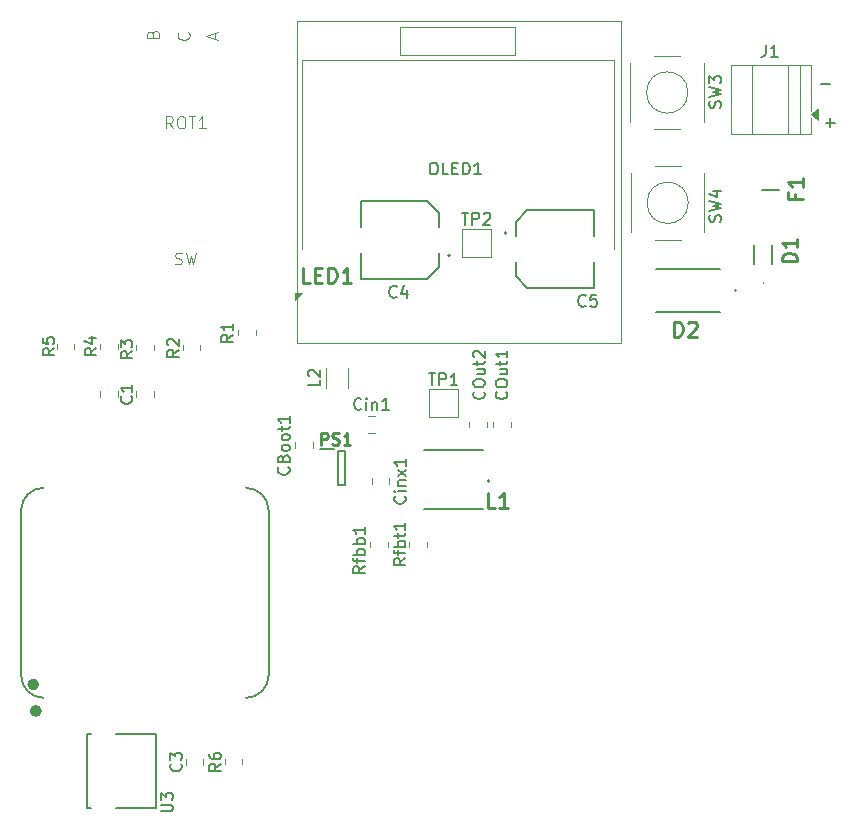
<source format=gbr>
%TF.GenerationSoftware,KiCad,Pcbnew,9.0.6*%
%TF.CreationDate,2026-02-01T14:10:18+01:00*%
%TF.ProjectId,hw,68772e6b-6963-4616-945f-706362585858,rev?*%
%TF.SameCoordinates,Original*%
%TF.FileFunction,Legend,Top*%
%TF.FilePolarity,Positive*%
%FSLAX46Y46*%
G04 Gerber Fmt 4.6, Leading zero omitted, Abs format (unit mm)*
G04 Created by KiCad (PCBNEW 9.0.6) date 2026-02-01 14:10:18*
%MOMM*%
%LPD*%
G01*
G04 APERTURE LIST*
%ADD10C,0.100000*%
%ADD11C,0.150000*%
%ADD12C,0.250000*%
%ADD13C,0.254000*%
%ADD14C,0.127000*%
%ADD15C,0.504000*%
%ADD16C,0.120000*%
%ADD17C,0.200000*%
%ADD18C,0.152400*%
G04 APERTURE END LIST*
D10*
X178214979Y-78045561D02*
X178310217Y-78140800D01*
X178310217Y-78140800D02*
X178214979Y-78236038D01*
X178214979Y-78236038D02*
X178119741Y-78140800D01*
X178119741Y-78140800D02*
X178214979Y-78045561D01*
X178214979Y-78045561D02*
X178214979Y-78236038D01*
D11*
X185502779Y-60702866D02*
X186264684Y-60702866D01*
D10*
X128920609Y-56490782D02*
X128968228Y-56347925D01*
X128968228Y-56347925D02*
X129015847Y-56300306D01*
X129015847Y-56300306D02*
X129111085Y-56252687D01*
X129111085Y-56252687D02*
X129253942Y-56252687D01*
X129253942Y-56252687D02*
X129349180Y-56300306D01*
X129349180Y-56300306D02*
X129396800Y-56347925D01*
X129396800Y-56347925D02*
X129444419Y-56443163D01*
X129444419Y-56443163D02*
X129444419Y-56824115D01*
X129444419Y-56824115D02*
X128444419Y-56824115D01*
X128444419Y-56824115D02*
X128444419Y-56490782D01*
X128444419Y-56490782D02*
X128492038Y-56395544D01*
X128492038Y-56395544D02*
X128539657Y-56347925D01*
X128539657Y-56347925D02*
X128634895Y-56300306D01*
X128634895Y-56300306D02*
X128730133Y-56300306D01*
X128730133Y-56300306D02*
X128825371Y-56347925D01*
X128825371Y-56347925D02*
X128872990Y-56395544D01*
X128872990Y-56395544D02*
X128920609Y-56490782D01*
X128920609Y-56490782D02*
X128920609Y-56824115D01*
D11*
X185883779Y-64004866D02*
X186645684Y-64004866D01*
X186264731Y-64385819D02*
X186264731Y-63623914D01*
X127200819Y-83351666D02*
X126724628Y-83684999D01*
X127200819Y-83923094D02*
X126200819Y-83923094D01*
X126200819Y-83923094D02*
X126200819Y-83542142D01*
X126200819Y-83542142D02*
X126248438Y-83446904D01*
X126248438Y-83446904D02*
X126296057Y-83399285D01*
X126296057Y-83399285D02*
X126391295Y-83351666D01*
X126391295Y-83351666D02*
X126534152Y-83351666D01*
X126534152Y-83351666D02*
X126629390Y-83399285D01*
X126629390Y-83399285D02*
X126677009Y-83446904D01*
X126677009Y-83446904D02*
X126724628Y-83542142D01*
X126724628Y-83542142D02*
X126724628Y-83923094D01*
X126200819Y-83018332D02*
X126200819Y-82399285D01*
X126200819Y-82399285D02*
X126581771Y-82732618D01*
X126581771Y-82732618D02*
X126581771Y-82589761D01*
X126581771Y-82589761D02*
X126629390Y-82494523D01*
X126629390Y-82494523D02*
X126677009Y-82446904D01*
X126677009Y-82446904D02*
X126772247Y-82399285D01*
X126772247Y-82399285D02*
X127010342Y-82399285D01*
X127010342Y-82399285D02*
X127105580Y-82446904D01*
X127105580Y-82446904D02*
X127153200Y-82494523D01*
X127153200Y-82494523D02*
X127200819Y-82589761D01*
X127200819Y-82589761D02*
X127200819Y-82875475D01*
X127200819Y-82875475D02*
X127153200Y-82970713D01*
X127153200Y-82970713D02*
X127105580Y-83018332D01*
X150314819Y-100885476D02*
X149838628Y-101218809D01*
X150314819Y-101456904D02*
X149314819Y-101456904D01*
X149314819Y-101456904D02*
X149314819Y-101075952D01*
X149314819Y-101075952D02*
X149362438Y-100980714D01*
X149362438Y-100980714D02*
X149410057Y-100933095D01*
X149410057Y-100933095D02*
X149505295Y-100885476D01*
X149505295Y-100885476D02*
X149648152Y-100885476D01*
X149648152Y-100885476D02*
X149743390Y-100933095D01*
X149743390Y-100933095D02*
X149791009Y-100980714D01*
X149791009Y-100980714D02*
X149838628Y-101075952D01*
X149838628Y-101075952D02*
X149838628Y-101456904D01*
X149648152Y-100599761D02*
X149648152Y-100218809D01*
X150314819Y-100456904D02*
X149457676Y-100456904D01*
X149457676Y-100456904D02*
X149362438Y-100409285D01*
X149362438Y-100409285D02*
X149314819Y-100314047D01*
X149314819Y-100314047D02*
X149314819Y-100218809D01*
X150314819Y-99885475D02*
X149314819Y-99885475D01*
X149695771Y-99885475D02*
X149648152Y-99790237D01*
X149648152Y-99790237D02*
X149648152Y-99599761D01*
X149648152Y-99599761D02*
X149695771Y-99504523D01*
X149695771Y-99504523D02*
X149743390Y-99456904D01*
X149743390Y-99456904D02*
X149838628Y-99409285D01*
X149838628Y-99409285D02*
X150124342Y-99409285D01*
X150124342Y-99409285D02*
X150219580Y-99456904D01*
X150219580Y-99456904D02*
X150267200Y-99504523D01*
X150267200Y-99504523D02*
X150314819Y-99599761D01*
X150314819Y-99599761D02*
X150314819Y-99790237D01*
X150314819Y-99790237D02*
X150267200Y-99885475D01*
X149648152Y-99123570D02*
X149648152Y-98742618D01*
X149314819Y-98980713D02*
X150171961Y-98980713D01*
X150171961Y-98980713D02*
X150267200Y-98933094D01*
X150267200Y-98933094D02*
X150314819Y-98837856D01*
X150314819Y-98837856D02*
X150314819Y-98742618D01*
X150314819Y-97885475D02*
X150314819Y-98456903D01*
X150314819Y-98171189D02*
X149314819Y-98171189D01*
X149314819Y-98171189D02*
X149457676Y-98266427D01*
X149457676Y-98266427D02*
X149552914Y-98361665D01*
X149552914Y-98361665D02*
X149600533Y-98456903D01*
X165568333Y-79480580D02*
X165520714Y-79528200D01*
X165520714Y-79528200D02*
X165377857Y-79575819D01*
X165377857Y-79575819D02*
X165282619Y-79575819D01*
X165282619Y-79575819D02*
X165139762Y-79528200D01*
X165139762Y-79528200D02*
X165044524Y-79432961D01*
X165044524Y-79432961D02*
X164996905Y-79337723D01*
X164996905Y-79337723D02*
X164949286Y-79147247D01*
X164949286Y-79147247D02*
X164949286Y-79004390D01*
X164949286Y-79004390D02*
X164996905Y-78813914D01*
X164996905Y-78813914D02*
X165044524Y-78718676D01*
X165044524Y-78718676D02*
X165139762Y-78623438D01*
X165139762Y-78623438D02*
X165282619Y-78575819D01*
X165282619Y-78575819D02*
X165377857Y-78575819D01*
X165377857Y-78575819D02*
X165520714Y-78623438D01*
X165520714Y-78623438D02*
X165568333Y-78671057D01*
X166473095Y-78575819D02*
X165996905Y-78575819D01*
X165996905Y-78575819D02*
X165949286Y-79052009D01*
X165949286Y-79052009D02*
X165996905Y-79004390D01*
X165996905Y-79004390D02*
X166092143Y-78956771D01*
X166092143Y-78956771D02*
X166330238Y-78956771D01*
X166330238Y-78956771D02*
X166425476Y-79004390D01*
X166425476Y-79004390D02*
X166473095Y-79052009D01*
X166473095Y-79052009D02*
X166520714Y-79147247D01*
X166520714Y-79147247D02*
X166520714Y-79385342D01*
X166520714Y-79385342D02*
X166473095Y-79480580D01*
X166473095Y-79480580D02*
X166425476Y-79528200D01*
X166425476Y-79528200D02*
X166330238Y-79575819D01*
X166330238Y-79575819D02*
X166092143Y-79575819D01*
X166092143Y-79575819D02*
X165996905Y-79528200D01*
X165996905Y-79528200D02*
X165949286Y-79480580D01*
D12*
X143184714Y-91254619D02*
X143184714Y-90254619D01*
X143184714Y-90254619D02*
X143565666Y-90254619D01*
X143565666Y-90254619D02*
X143660904Y-90302238D01*
X143660904Y-90302238D02*
X143708523Y-90349857D01*
X143708523Y-90349857D02*
X143756142Y-90445095D01*
X143756142Y-90445095D02*
X143756142Y-90587952D01*
X143756142Y-90587952D02*
X143708523Y-90683190D01*
X143708523Y-90683190D02*
X143660904Y-90730809D01*
X143660904Y-90730809D02*
X143565666Y-90778428D01*
X143565666Y-90778428D02*
X143184714Y-90778428D01*
X144137095Y-91207000D02*
X144279952Y-91254619D01*
X144279952Y-91254619D02*
X144518047Y-91254619D01*
X144518047Y-91254619D02*
X144613285Y-91207000D01*
X144613285Y-91207000D02*
X144660904Y-91159380D01*
X144660904Y-91159380D02*
X144708523Y-91064142D01*
X144708523Y-91064142D02*
X144708523Y-90968904D01*
X144708523Y-90968904D02*
X144660904Y-90873666D01*
X144660904Y-90873666D02*
X144613285Y-90826047D01*
X144613285Y-90826047D02*
X144518047Y-90778428D01*
X144518047Y-90778428D02*
X144327571Y-90730809D01*
X144327571Y-90730809D02*
X144232333Y-90683190D01*
X144232333Y-90683190D02*
X144184714Y-90635571D01*
X144184714Y-90635571D02*
X144137095Y-90540333D01*
X144137095Y-90540333D02*
X144137095Y-90445095D01*
X144137095Y-90445095D02*
X144184714Y-90349857D01*
X144184714Y-90349857D02*
X144232333Y-90302238D01*
X144232333Y-90302238D02*
X144327571Y-90254619D01*
X144327571Y-90254619D02*
X144565666Y-90254619D01*
X144565666Y-90254619D02*
X144708523Y-90302238D01*
X145660904Y-91254619D02*
X145089476Y-91254619D01*
X145375190Y-91254619D02*
X145375190Y-90254619D01*
X145375190Y-90254619D02*
X145279952Y-90397476D01*
X145279952Y-90397476D02*
X145184714Y-90492714D01*
X145184714Y-90492714D02*
X145089476Y-90540333D01*
D11*
X150248580Y-95622904D02*
X150296200Y-95670523D01*
X150296200Y-95670523D02*
X150343819Y-95813380D01*
X150343819Y-95813380D02*
X150343819Y-95908618D01*
X150343819Y-95908618D02*
X150296200Y-96051475D01*
X150296200Y-96051475D02*
X150200961Y-96146713D01*
X150200961Y-96146713D02*
X150105723Y-96194332D01*
X150105723Y-96194332D02*
X149915247Y-96241951D01*
X149915247Y-96241951D02*
X149772390Y-96241951D01*
X149772390Y-96241951D02*
X149581914Y-96194332D01*
X149581914Y-96194332D02*
X149486676Y-96146713D01*
X149486676Y-96146713D02*
X149391438Y-96051475D01*
X149391438Y-96051475D02*
X149343819Y-95908618D01*
X149343819Y-95908618D02*
X149343819Y-95813380D01*
X149343819Y-95813380D02*
X149391438Y-95670523D01*
X149391438Y-95670523D02*
X149439057Y-95622904D01*
X150343819Y-95194332D02*
X149677152Y-95194332D01*
X149343819Y-95194332D02*
X149391438Y-95241951D01*
X149391438Y-95241951D02*
X149439057Y-95194332D01*
X149439057Y-95194332D02*
X149391438Y-95146713D01*
X149391438Y-95146713D02*
X149343819Y-95194332D01*
X149343819Y-95194332D02*
X149439057Y-95194332D01*
X149677152Y-94718142D02*
X150343819Y-94718142D01*
X149772390Y-94718142D02*
X149724771Y-94670523D01*
X149724771Y-94670523D02*
X149677152Y-94575285D01*
X149677152Y-94575285D02*
X149677152Y-94432428D01*
X149677152Y-94432428D02*
X149724771Y-94337190D01*
X149724771Y-94337190D02*
X149820009Y-94289571D01*
X149820009Y-94289571D02*
X150343819Y-94289571D01*
X150343819Y-93908618D02*
X149677152Y-93384809D01*
X149677152Y-93908618D02*
X150343819Y-93384809D01*
X150343819Y-92480047D02*
X150343819Y-93051475D01*
X150343819Y-92765761D02*
X149343819Y-92765761D01*
X149343819Y-92765761D02*
X149486676Y-92860999D01*
X149486676Y-92860999D02*
X149581914Y-92956237D01*
X149581914Y-92956237D02*
X149629533Y-93051475D01*
X176987200Y-62719332D02*
X177034819Y-62576475D01*
X177034819Y-62576475D02*
X177034819Y-62338380D01*
X177034819Y-62338380D02*
X176987200Y-62243142D01*
X176987200Y-62243142D02*
X176939580Y-62195523D01*
X176939580Y-62195523D02*
X176844342Y-62147904D01*
X176844342Y-62147904D02*
X176749104Y-62147904D01*
X176749104Y-62147904D02*
X176653866Y-62195523D01*
X176653866Y-62195523D02*
X176606247Y-62243142D01*
X176606247Y-62243142D02*
X176558628Y-62338380D01*
X176558628Y-62338380D02*
X176511009Y-62528856D01*
X176511009Y-62528856D02*
X176463390Y-62624094D01*
X176463390Y-62624094D02*
X176415771Y-62671713D01*
X176415771Y-62671713D02*
X176320533Y-62719332D01*
X176320533Y-62719332D02*
X176225295Y-62719332D01*
X176225295Y-62719332D02*
X176130057Y-62671713D01*
X176130057Y-62671713D02*
X176082438Y-62624094D01*
X176082438Y-62624094D02*
X176034819Y-62528856D01*
X176034819Y-62528856D02*
X176034819Y-62290761D01*
X176034819Y-62290761D02*
X176082438Y-62147904D01*
X176034819Y-61814570D02*
X177034819Y-61576475D01*
X177034819Y-61576475D02*
X176320533Y-61385999D01*
X176320533Y-61385999D02*
X177034819Y-61195523D01*
X177034819Y-61195523D02*
X176034819Y-60957428D01*
X176034819Y-60671713D02*
X176034819Y-60052666D01*
X176034819Y-60052666D02*
X176415771Y-60385999D01*
X176415771Y-60385999D02*
X176415771Y-60243142D01*
X176415771Y-60243142D02*
X176463390Y-60147904D01*
X176463390Y-60147904D02*
X176511009Y-60100285D01*
X176511009Y-60100285D02*
X176606247Y-60052666D01*
X176606247Y-60052666D02*
X176844342Y-60052666D01*
X176844342Y-60052666D02*
X176939580Y-60100285D01*
X176939580Y-60100285D02*
X176987200Y-60147904D01*
X176987200Y-60147904D02*
X177034819Y-60243142D01*
X177034819Y-60243142D02*
X177034819Y-60528856D01*
X177034819Y-60528856D02*
X176987200Y-60624094D01*
X176987200Y-60624094D02*
X176939580Y-60671713D01*
D13*
X157903333Y-96586318D02*
X157298571Y-96586318D01*
X157298571Y-96586318D02*
X157298571Y-95316318D01*
X158991905Y-96586318D02*
X158266190Y-96586318D01*
X158629047Y-96586318D02*
X158629047Y-95316318D01*
X158629047Y-95316318D02*
X158508095Y-95497746D01*
X158508095Y-95497746D02*
X158387143Y-95618699D01*
X158387143Y-95618699D02*
X158266190Y-95679175D01*
D11*
X180818666Y-57411819D02*
X180818666Y-58126104D01*
X180818666Y-58126104D02*
X180771047Y-58268961D01*
X180771047Y-58268961D02*
X180675809Y-58364200D01*
X180675809Y-58364200D02*
X180532952Y-58411819D01*
X180532952Y-58411819D02*
X180437714Y-58411819D01*
X181818666Y-58411819D02*
X181247238Y-58411819D01*
X181532952Y-58411819D02*
X181532952Y-57411819D01*
X181532952Y-57411819D02*
X181437714Y-57554676D01*
X181437714Y-57554676D02*
X181342476Y-57649914D01*
X181342476Y-57649914D02*
X181247238Y-57697533D01*
X120596819Y-83097666D02*
X120120628Y-83430999D01*
X120596819Y-83669094D02*
X119596819Y-83669094D01*
X119596819Y-83669094D02*
X119596819Y-83288142D01*
X119596819Y-83288142D02*
X119644438Y-83192904D01*
X119644438Y-83192904D02*
X119692057Y-83145285D01*
X119692057Y-83145285D02*
X119787295Y-83097666D01*
X119787295Y-83097666D02*
X119930152Y-83097666D01*
X119930152Y-83097666D02*
X120025390Y-83145285D01*
X120025390Y-83145285D02*
X120073009Y-83192904D01*
X120073009Y-83192904D02*
X120120628Y-83288142D01*
X120120628Y-83288142D02*
X120120628Y-83669094D01*
X119596819Y-82192904D02*
X119596819Y-82669094D01*
X119596819Y-82669094D02*
X120073009Y-82716713D01*
X120073009Y-82716713D02*
X120025390Y-82669094D01*
X120025390Y-82669094D02*
X119977771Y-82573856D01*
X119977771Y-82573856D02*
X119977771Y-82335761D01*
X119977771Y-82335761D02*
X120025390Y-82240523D01*
X120025390Y-82240523D02*
X120073009Y-82192904D01*
X120073009Y-82192904D02*
X120168247Y-82145285D01*
X120168247Y-82145285D02*
X120406342Y-82145285D01*
X120406342Y-82145285D02*
X120501580Y-82192904D01*
X120501580Y-82192904D02*
X120549200Y-82240523D01*
X120549200Y-82240523D02*
X120596819Y-82335761D01*
X120596819Y-82335761D02*
X120596819Y-82573856D01*
X120596819Y-82573856D02*
X120549200Y-82669094D01*
X120549200Y-82669094D02*
X120501580Y-82716713D01*
X143080819Y-85764666D02*
X143080819Y-86240856D01*
X143080819Y-86240856D02*
X142080819Y-86240856D01*
X142176057Y-85478951D02*
X142128438Y-85431332D01*
X142128438Y-85431332D02*
X142080819Y-85336094D01*
X142080819Y-85336094D02*
X142080819Y-85097999D01*
X142080819Y-85097999D02*
X142128438Y-85002761D01*
X142128438Y-85002761D02*
X142176057Y-84955142D01*
X142176057Y-84955142D02*
X142271295Y-84907523D01*
X142271295Y-84907523D02*
X142366533Y-84907523D01*
X142366533Y-84907523D02*
X142509390Y-84955142D01*
X142509390Y-84955142D02*
X143080819Y-85526570D01*
X143080819Y-85526570D02*
X143080819Y-84907523D01*
X124152819Y-83097666D02*
X123676628Y-83430999D01*
X124152819Y-83669094D02*
X123152819Y-83669094D01*
X123152819Y-83669094D02*
X123152819Y-83288142D01*
X123152819Y-83288142D02*
X123200438Y-83192904D01*
X123200438Y-83192904D02*
X123248057Y-83145285D01*
X123248057Y-83145285D02*
X123343295Y-83097666D01*
X123343295Y-83097666D02*
X123486152Y-83097666D01*
X123486152Y-83097666D02*
X123581390Y-83145285D01*
X123581390Y-83145285D02*
X123629009Y-83192904D01*
X123629009Y-83192904D02*
X123676628Y-83288142D01*
X123676628Y-83288142D02*
X123676628Y-83669094D01*
X123486152Y-82240523D02*
X124152819Y-82240523D01*
X123105200Y-82478618D02*
X123819485Y-82716713D01*
X123819485Y-82716713D02*
X123819485Y-82097666D01*
X129629819Y-122300904D02*
X130439342Y-122300904D01*
X130439342Y-122300904D02*
X130534580Y-122253285D01*
X130534580Y-122253285D02*
X130582200Y-122205666D01*
X130582200Y-122205666D02*
X130629819Y-122110428D01*
X130629819Y-122110428D02*
X130629819Y-121919952D01*
X130629819Y-121919952D02*
X130582200Y-121824714D01*
X130582200Y-121824714D02*
X130534580Y-121777095D01*
X130534580Y-121777095D02*
X130439342Y-121729476D01*
X130439342Y-121729476D02*
X129629819Y-121729476D01*
X129629819Y-121348523D02*
X129629819Y-120729476D01*
X129629819Y-120729476D02*
X130010771Y-121062809D01*
X130010771Y-121062809D02*
X130010771Y-120919952D01*
X130010771Y-120919952D02*
X130058390Y-120824714D01*
X130058390Y-120824714D02*
X130106009Y-120777095D01*
X130106009Y-120777095D02*
X130201247Y-120729476D01*
X130201247Y-120729476D02*
X130439342Y-120729476D01*
X130439342Y-120729476D02*
X130534580Y-120777095D01*
X130534580Y-120777095D02*
X130582200Y-120824714D01*
X130582200Y-120824714D02*
X130629819Y-120919952D01*
X130629819Y-120919952D02*
X130629819Y-121205666D01*
X130629819Y-121205666D02*
X130582200Y-121300904D01*
X130582200Y-121300904D02*
X130534580Y-121348523D01*
X152281095Y-85213819D02*
X152852523Y-85213819D01*
X152566809Y-86213819D02*
X152566809Y-85213819D01*
X153185857Y-86213819D02*
X153185857Y-85213819D01*
X153185857Y-85213819D02*
X153566809Y-85213819D01*
X153566809Y-85213819D02*
X153662047Y-85261438D01*
X153662047Y-85261438D02*
X153709666Y-85309057D01*
X153709666Y-85309057D02*
X153757285Y-85404295D01*
X153757285Y-85404295D02*
X153757285Y-85547152D01*
X153757285Y-85547152D02*
X153709666Y-85642390D01*
X153709666Y-85642390D02*
X153662047Y-85690009D01*
X153662047Y-85690009D02*
X153566809Y-85737628D01*
X153566809Y-85737628D02*
X153185857Y-85737628D01*
X154709666Y-86213819D02*
X154138238Y-86213819D01*
X154423952Y-86213819D02*
X154423952Y-85213819D01*
X154423952Y-85213819D02*
X154328714Y-85356676D01*
X154328714Y-85356676D02*
X154233476Y-85451914D01*
X154233476Y-85451914D02*
X154138238Y-85499533D01*
X152617428Y-67376819D02*
X152807904Y-67376819D01*
X152807904Y-67376819D02*
X152903142Y-67424438D01*
X152903142Y-67424438D02*
X152998380Y-67519676D01*
X152998380Y-67519676D02*
X153045999Y-67710152D01*
X153045999Y-67710152D02*
X153045999Y-68043485D01*
X153045999Y-68043485D02*
X152998380Y-68233961D01*
X152998380Y-68233961D02*
X152903142Y-68329200D01*
X152903142Y-68329200D02*
X152807904Y-68376819D01*
X152807904Y-68376819D02*
X152617428Y-68376819D01*
X152617428Y-68376819D02*
X152522190Y-68329200D01*
X152522190Y-68329200D02*
X152426952Y-68233961D01*
X152426952Y-68233961D02*
X152379333Y-68043485D01*
X152379333Y-68043485D02*
X152379333Y-67710152D01*
X152379333Y-67710152D02*
X152426952Y-67519676D01*
X152426952Y-67519676D02*
X152522190Y-67424438D01*
X152522190Y-67424438D02*
X152617428Y-67376819D01*
X153950761Y-68376819D02*
X153474571Y-68376819D01*
X153474571Y-68376819D02*
X153474571Y-67376819D01*
X154284095Y-67853009D02*
X154617428Y-67853009D01*
X154760285Y-68376819D02*
X154284095Y-68376819D01*
X154284095Y-68376819D02*
X154284095Y-67376819D01*
X154284095Y-67376819D02*
X154760285Y-67376819D01*
X155188857Y-68376819D02*
X155188857Y-67376819D01*
X155188857Y-67376819D02*
X155426952Y-67376819D01*
X155426952Y-67376819D02*
X155569809Y-67424438D01*
X155569809Y-67424438D02*
X155665047Y-67519676D01*
X155665047Y-67519676D02*
X155712666Y-67614914D01*
X155712666Y-67614914D02*
X155760285Y-67805390D01*
X155760285Y-67805390D02*
X155760285Y-67948247D01*
X155760285Y-67948247D02*
X155712666Y-68138723D01*
X155712666Y-68138723D02*
X155665047Y-68233961D01*
X155665047Y-68233961D02*
X155569809Y-68329200D01*
X155569809Y-68329200D02*
X155426952Y-68376819D01*
X155426952Y-68376819D02*
X155188857Y-68376819D01*
X156712666Y-68376819D02*
X156141238Y-68376819D01*
X156426952Y-68376819D02*
X156426952Y-67376819D01*
X156426952Y-67376819D02*
X156331714Y-67519676D01*
X156331714Y-67519676D02*
X156236476Y-67614914D01*
X156236476Y-67614914D02*
X156141238Y-67662533D01*
D13*
X183454318Y-75739381D02*
X182184318Y-75739381D01*
X182184318Y-75739381D02*
X182184318Y-75437000D01*
X182184318Y-75437000D02*
X182244794Y-75255571D01*
X182244794Y-75255571D02*
X182365746Y-75134619D01*
X182365746Y-75134619D02*
X182486699Y-75074142D01*
X182486699Y-75074142D02*
X182728603Y-75013666D01*
X182728603Y-75013666D02*
X182910032Y-75013666D01*
X182910032Y-75013666D02*
X183151937Y-75074142D01*
X183151937Y-75074142D02*
X183272889Y-75134619D01*
X183272889Y-75134619D02*
X183393842Y-75255571D01*
X183393842Y-75255571D02*
X183454318Y-75437000D01*
X183454318Y-75437000D02*
X183454318Y-75739381D01*
X183454318Y-73804142D02*
X183454318Y-74529857D01*
X183454318Y-74167000D02*
X182184318Y-74167000D01*
X182184318Y-74167000D02*
X182365746Y-74287952D01*
X182365746Y-74287952D02*
X182486699Y-74408904D01*
X182486699Y-74408904D02*
X182547175Y-74529857D01*
D11*
X149566333Y-78718580D02*
X149518714Y-78766200D01*
X149518714Y-78766200D02*
X149375857Y-78813819D01*
X149375857Y-78813819D02*
X149280619Y-78813819D01*
X149280619Y-78813819D02*
X149137762Y-78766200D01*
X149137762Y-78766200D02*
X149042524Y-78670961D01*
X149042524Y-78670961D02*
X148994905Y-78575723D01*
X148994905Y-78575723D02*
X148947286Y-78385247D01*
X148947286Y-78385247D02*
X148947286Y-78242390D01*
X148947286Y-78242390D02*
X148994905Y-78051914D01*
X148994905Y-78051914D02*
X149042524Y-77956676D01*
X149042524Y-77956676D02*
X149137762Y-77861438D01*
X149137762Y-77861438D02*
X149280619Y-77813819D01*
X149280619Y-77813819D02*
X149375857Y-77813819D01*
X149375857Y-77813819D02*
X149518714Y-77861438D01*
X149518714Y-77861438D02*
X149566333Y-77909057D01*
X150423476Y-78147152D02*
X150423476Y-78813819D01*
X150185381Y-77766200D02*
X149947286Y-78480485D01*
X149947286Y-78480485D02*
X150566333Y-78480485D01*
X176987200Y-72371332D02*
X177034819Y-72228475D01*
X177034819Y-72228475D02*
X177034819Y-71990380D01*
X177034819Y-71990380D02*
X176987200Y-71895142D01*
X176987200Y-71895142D02*
X176939580Y-71847523D01*
X176939580Y-71847523D02*
X176844342Y-71799904D01*
X176844342Y-71799904D02*
X176749104Y-71799904D01*
X176749104Y-71799904D02*
X176653866Y-71847523D01*
X176653866Y-71847523D02*
X176606247Y-71895142D01*
X176606247Y-71895142D02*
X176558628Y-71990380D01*
X176558628Y-71990380D02*
X176511009Y-72180856D01*
X176511009Y-72180856D02*
X176463390Y-72276094D01*
X176463390Y-72276094D02*
X176415771Y-72323713D01*
X176415771Y-72323713D02*
X176320533Y-72371332D01*
X176320533Y-72371332D02*
X176225295Y-72371332D01*
X176225295Y-72371332D02*
X176130057Y-72323713D01*
X176130057Y-72323713D02*
X176082438Y-72276094D01*
X176082438Y-72276094D02*
X176034819Y-72180856D01*
X176034819Y-72180856D02*
X176034819Y-71942761D01*
X176034819Y-71942761D02*
X176082438Y-71799904D01*
X176034819Y-71466570D02*
X177034819Y-71228475D01*
X177034819Y-71228475D02*
X176320533Y-71037999D01*
X176320533Y-71037999D02*
X177034819Y-70847523D01*
X177034819Y-70847523D02*
X176034819Y-70609428D01*
X176368152Y-69799904D02*
X177034819Y-69799904D01*
X175987200Y-70037999D02*
X176701485Y-70276094D01*
X176701485Y-70276094D02*
X176701485Y-69657047D01*
X146885819Y-101560143D02*
X146409628Y-101893476D01*
X146885819Y-102131571D02*
X145885819Y-102131571D01*
X145885819Y-102131571D02*
X145885819Y-101750619D01*
X145885819Y-101750619D02*
X145933438Y-101655381D01*
X145933438Y-101655381D02*
X145981057Y-101607762D01*
X145981057Y-101607762D02*
X146076295Y-101560143D01*
X146076295Y-101560143D02*
X146219152Y-101560143D01*
X146219152Y-101560143D02*
X146314390Y-101607762D01*
X146314390Y-101607762D02*
X146362009Y-101655381D01*
X146362009Y-101655381D02*
X146409628Y-101750619D01*
X146409628Y-101750619D02*
X146409628Y-102131571D01*
X146219152Y-101274428D02*
X146219152Y-100893476D01*
X146885819Y-101131571D02*
X146028676Y-101131571D01*
X146028676Y-101131571D02*
X145933438Y-101083952D01*
X145933438Y-101083952D02*
X145885819Y-100988714D01*
X145885819Y-100988714D02*
X145885819Y-100893476D01*
X146885819Y-100560142D02*
X145885819Y-100560142D01*
X146266771Y-100560142D02*
X146219152Y-100464904D01*
X146219152Y-100464904D02*
X146219152Y-100274428D01*
X146219152Y-100274428D02*
X146266771Y-100179190D01*
X146266771Y-100179190D02*
X146314390Y-100131571D01*
X146314390Y-100131571D02*
X146409628Y-100083952D01*
X146409628Y-100083952D02*
X146695342Y-100083952D01*
X146695342Y-100083952D02*
X146790580Y-100131571D01*
X146790580Y-100131571D02*
X146838200Y-100179190D01*
X146838200Y-100179190D02*
X146885819Y-100274428D01*
X146885819Y-100274428D02*
X146885819Y-100464904D01*
X146885819Y-100464904D02*
X146838200Y-100560142D01*
X146885819Y-99655380D02*
X145885819Y-99655380D01*
X146266771Y-99655380D02*
X146219152Y-99560142D01*
X146219152Y-99560142D02*
X146219152Y-99369666D01*
X146219152Y-99369666D02*
X146266771Y-99274428D01*
X146266771Y-99274428D02*
X146314390Y-99226809D01*
X146314390Y-99226809D02*
X146409628Y-99179190D01*
X146409628Y-99179190D02*
X146695342Y-99179190D01*
X146695342Y-99179190D02*
X146790580Y-99226809D01*
X146790580Y-99226809D02*
X146838200Y-99274428D01*
X146838200Y-99274428D02*
X146885819Y-99369666D01*
X146885819Y-99369666D02*
X146885819Y-99560142D01*
X146885819Y-99560142D02*
X146838200Y-99655380D01*
X146885819Y-98226809D02*
X146885819Y-98798237D01*
X146885819Y-98512523D02*
X145885819Y-98512523D01*
X145885819Y-98512523D02*
X146028676Y-98607761D01*
X146028676Y-98607761D02*
X146123914Y-98702999D01*
X146123914Y-98702999D02*
X146171533Y-98798237D01*
X131296580Y-118276666D02*
X131344200Y-118324285D01*
X131344200Y-118324285D02*
X131391819Y-118467142D01*
X131391819Y-118467142D02*
X131391819Y-118562380D01*
X131391819Y-118562380D02*
X131344200Y-118705237D01*
X131344200Y-118705237D02*
X131248961Y-118800475D01*
X131248961Y-118800475D02*
X131153723Y-118848094D01*
X131153723Y-118848094D02*
X130963247Y-118895713D01*
X130963247Y-118895713D02*
X130820390Y-118895713D01*
X130820390Y-118895713D02*
X130629914Y-118848094D01*
X130629914Y-118848094D02*
X130534676Y-118800475D01*
X130534676Y-118800475D02*
X130439438Y-118705237D01*
X130439438Y-118705237D02*
X130391819Y-118562380D01*
X130391819Y-118562380D02*
X130391819Y-118467142D01*
X130391819Y-118467142D02*
X130439438Y-118324285D01*
X130439438Y-118324285D02*
X130487057Y-118276666D01*
X130391819Y-117943332D02*
X130391819Y-117324285D01*
X130391819Y-117324285D02*
X130772771Y-117657618D01*
X130772771Y-117657618D02*
X130772771Y-117514761D01*
X130772771Y-117514761D02*
X130820390Y-117419523D01*
X130820390Y-117419523D02*
X130868009Y-117371904D01*
X130868009Y-117371904D02*
X130963247Y-117324285D01*
X130963247Y-117324285D02*
X131201342Y-117324285D01*
X131201342Y-117324285D02*
X131296580Y-117371904D01*
X131296580Y-117371904D02*
X131344200Y-117419523D01*
X131344200Y-117419523D02*
X131391819Y-117514761D01*
X131391819Y-117514761D02*
X131391819Y-117800475D01*
X131391819Y-117800475D02*
X131344200Y-117895713D01*
X131344200Y-117895713D02*
X131296580Y-117943332D01*
X155075095Y-71624819D02*
X155646523Y-71624819D01*
X155360809Y-72624819D02*
X155360809Y-71624819D01*
X155979857Y-72624819D02*
X155979857Y-71624819D01*
X155979857Y-71624819D02*
X156360809Y-71624819D01*
X156360809Y-71624819D02*
X156456047Y-71672438D01*
X156456047Y-71672438D02*
X156503666Y-71720057D01*
X156503666Y-71720057D02*
X156551285Y-71815295D01*
X156551285Y-71815295D02*
X156551285Y-71958152D01*
X156551285Y-71958152D02*
X156503666Y-72053390D01*
X156503666Y-72053390D02*
X156456047Y-72101009D01*
X156456047Y-72101009D02*
X156360809Y-72148628D01*
X156360809Y-72148628D02*
X155979857Y-72148628D01*
X156932238Y-71720057D02*
X156979857Y-71672438D01*
X156979857Y-71672438D02*
X157075095Y-71624819D01*
X157075095Y-71624819D02*
X157313190Y-71624819D01*
X157313190Y-71624819D02*
X157408428Y-71672438D01*
X157408428Y-71672438D02*
X157456047Y-71720057D01*
X157456047Y-71720057D02*
X157503666Y-71815295D01*
X157503666Y-71815295D02*
X157503666Y-71910533D01*
X157503666Y-71910533D02*
X157456047Y-72053390D01*
X157456047Y-72053390D02*
X156884619Y-72624819D01*
X156884619Y-72624819D02*
X157503666Y-72624819D01*
X131137819Y-83224666D02*
X130661628Y-83557999D01*
X131137819Y-83796094D02*
X130137819Y-83796094D01*
X130137819Y-83796094D02*
X130137819Y-83415142D01*
X130137819Y-83415142D02*
X130185438Y-83319904D01*
X130185438Y-83319904D02*
X130233057Y-83272285D01*
X130233057Y-83272285D02*
X130328295Y-83224666D01*
X130328295Y-83224666D02*
X130471152Y-83224666D01*
X130471152Y-83224666D02*
X130566390Y-83272285D01*
X130566390Y-83272285D02*
X130614009Y-83319904D01*
X130614009Y-83319904D02*
X130661628Y-83415142D01*
X130661628Y-83415142D02*
X130661628Y-83796094D01*
X130233057Y-82843713D02*
X130185438Y-82796094D01*
X130185438Y-82796094D02*
X130137819Y-82700856D01*
X130137819Y-82700856D02*
X130137819Y-82462761D01*
X130137819Y-82462761D02*
X130185438Y-82367523D01*
X130185438Y-82367523D02*
X130233057Y-82319904D01*
X130233057Y-82319904D02*
X130328295Y-82272285D01*
X130328295Y-82272285D02*
X130423533Y-82272285D01*
X130423533Y-82272285D02*
X130566390Y-82319904D01*
X130566390Y-82319904D02*
X131137819Y-82891332D01*
X131137819Y-82891332D02*
X131137819Y-82272285D01*
X127105580Y-87161666D02*
X127153200Y-87209285D01*
X127153200Y-87209285D02*
X127200819Y-87352142D01*
X127200819Y-87352142D02*
X127200819Y-87447380D01*
X127200819Y-87447380D02*
X127153200Y-87590237D01*
X127153200Y-87590237D02*
X127057961Y-87685475D01*
X127057961Y-87685475D02*
X126962723Y-87733094D01*
X126962723Y-87733094D02*
X126772247Y-87780713D01*
X126772247Y-87780713D02*
X126629390Y-87780713D01*
X126629390Y-87780713D02*
X126438914Y-87733094D01*
X126438914Y-87733094D02*
X126343676Y-87685475D01*
X126343676Y-87685475D02*
X126248438Y-87590237D01*
X126248438Y-87590237D02*
X126200819Y-87447380D01*
X126200819Y-87447380D02*
X126200819Y-87352142D01*
X126200819Y-87352142D02*
X126248438Y-87209285D01*
X126248438Y-87209285D02*
X126296057Y-87161666D01*
X127200819Y-86209285D02*
X127200819Y-86780713D01*
X127200819Y-86494999D02*
X126200819Y-86494999D01*
X126200819Y-86494999D02*
X126343676Y-86590237D01*
X126343676Y-86590237D02*
X126438914Y-86685475D01*
X126438914Y-86685475D02*
X126486533Y-86780713D01*
D13*
X142215809Y-77536318D02*
X141611047Y-77536318D01*
X141611047Y-77536318D02*
X141611047Y-76266318D01*
X142639142Y-76871080D02*
X143062476Y-76871080D01*
X143243904Y-77536318D02*
X142639142Y-77536318D01*
X142639142Y-77536318D02*
X142639142Y-76266318D01*
X142639142Y-76266318D02*
X143243904Y-76266318D01*
X143788190Y-77536318D02*
X143788190Y-76266318D01*
X143788190Y-76266318D02*
X144090571Y-76266318D01*
X144090571Y-76266318D02*
X144272000Y-76326794D01*
X144272000Y-76326794D02*
X144392952Y-76447746D01*
X144392952Y-76447746D02*
X144453429Y-76568699D01*
X144453429Y-76568699D02*
X144513905Y-76810603D01*
X144513905Y-76810603D02*
X144513905Y-76992032D01*
X144513905Y-76992032D02*
X144453429Y-77233937D01*
X144453429Y-77233937D02*
X144392952Y-77354889D01*
X144392952Y-77354889D02*
X144272000Y-77475842D01*
X144272000Y-77475842D02*
X144090571Y-77536318D01*
X144090571Y-77536318D02*
X143788190Y-77536318D01*
X145723429Y-77536318D02*
X144997714Y-77536318D01*
X145360571Y-77536318D02*
X145360571Y-76266318D01*
X145360571Y-76266318D02*
X145239619Y-76447746D01*
X145239619Y-76447746D02*
X145118667Y-76568699D01*
X145118667Y-76568699D02*
X144997714Y-76629175D01*
D10*
X130627571Y-64465419D02*
X130294238Y-63989228D01*
X130056143Y-64465419D02*
X130056143Y-63465419D01*
X130056143Y-63465419D02*
X130437095Y-63465419D01*
X130437095Y-63465419D02*
X130532333Y-63513038D01*
X130532333Y-63513038D02*
X130579952Y-63560657D01*
X130579952Y-63560657D02*
X130627571Y-63655895D01*
X130627571Y-63655895D02*
X130627571Y-63798752D01*
X130627571Y-63798752D02*
X130579952Y-63893990D01*
X130579952Y-63893990D02*
X130532333Y-63941609D01*
X130532333Y-63941609D02*
X130437095Y-63989228D01*
X130437095Y-63989228D02*
X130056143Y-63989228D01*
X131246619Y-63465419D02*
X131437095Y-63465419D01*
X131437095Y-63465419D02*
X131532333Y-63513038D01*
X131532333Y-63513038D02*
X131627571Y-63608276D01*
X131627571Y-63608276D02*
X131675190Y-63798752D01*
X131675190Y-63798752D02*
X131675190Y-64132085D01*
X131675190Y-64132085D02*
X131627571Y-64322561D01*
X131627571Y-64322561D02*
X131532333Y-64417800D01*
X131532333Y-64417800D02*
X131437095Y-64465419D01*
X131437095Y-64465419D02*
X131246619Y-64465419D01*
X131246619Y-64465419D02*
X131151381Y-64417800D01*
X131151381Y-64417800D02*
X131056143Y-64322561D01*
X131056143Y-64322561D02*
X131008524Y-64132085D01*
X131008524Y-64132085D02*
X131008524Y-63798752D01*
X131008524Y-63798752D02*
X131056143Y-63608276D01*
X131056143Y-63608276D02*
X131151381Y-63513038D01*
X131151381Y-63513038D02*
X131246619Y-63465419D01*
X131960905Y-63465419D02*
X132532333Y-63465419D01*
X132246619Y-64465419D02*
X132246619Y-63465419D01*
X133389476Y-64465419D02*
X132818048Y-64465419D01*
X133103762Y-64465419D02*
X133103762Y-63465419D01*
X133103762Y-63465419D02*
X133008524Y-63608276D01*
X133008524Y-63608276D02*
X132913286Y-63703514D01*
X132913286Y-63703514D02*
X132818048Y-63751133D01*
X134158704Y-56871734D02*
X134158704Y-56395544D01*
X134444419Y-56966972D02*
X133444419Y-56633639D01*
X133444419Y-56633639D02*
X134444419Y-56300306D01*
X131949180Y-56352687D02*
X131996800Y-56400306D01*
X131996800Y-56400306D02*
X132044419Y-56543163D01*
X132044419Y-56543163D02*
X132044419Y-56638401D01*
X132044419Y-56638401D02*
X131996800Y-56781258D01*
X131996800Y-56781258D02*
X131901561Y-56876496D01*
X131901561Y-56876496D02*
X131806323Y-56924115D01*
X131806323Y-56924115D02*
X131615847Y-56971734D01*
X131615847Y-56971734D02*
X131472990Y-56971734D01*
X131472990Y-56971734D02*
X131282514Y-56924115D01*
X131282514Y-56924115D02*
X131187276Y-56876496D01*
X131187276Y-56876496D02*
X131092038Y-56781258D01*
X131092038Y-56781258D02*
X131044419Y-56638401D01*
X131044419Y-56638401D02*
X131044419Y-56543163D01*
X131044419Y-56543163D02*
X131092038Y-56400306D01*
X131092038Y-56400306D02*
X131139657Y-56352687D01*
X130828265Y-75952800D02*
X130971122Y-76000419D01*
X130971122Y-76000419D02*
X131209217Y-76000419D01*
X131209217Y-76000419D02*
X131304455Y-75952800D01*
X131304455Y-75952800D02*
X131352074Y-75905180D01*
X131352074Y-75905180D02*
X131399693Y-75809942D01*
X131399693Y-75809942D02*
X131399693Y-75714704D01*
X131399693Y-75714704D02*
X131352074Y-75619466D01*
X131352074Y-75619466D02*
X131304455Y-75571847D01*
X131304455Y-75571847D02*
X131209217Y-75524228D01*
X131209217Y-75524228D02*
X131018741Y-75476609D01*
X131018741Y-75476609D02*
X130923503Y-75428990D01*
X130923503Y-75428990D02*
X130875884Y-75381371D01*
X130875884Y-75381371D02*
X130828265Y-75286133D01*
X130828265Y-75286133D02*
X130828265Y-75190895D01*
X130828265Y-75190895D02*
X130875884Y-75095657D01*
X130875884Y-75095657D02*
X130923503Y-75048038D01*
X130923503Y-75048038D02*
X131018741Y-75000419D01*
X131018741Y-75000419D02*
X131256836Y-75000419D01*
X131256836Y-75000419D02*
X131399693Y-75048038D01*
X131733027Y-75000419D02*
X131971122Y-76000419D01*
X131971122Y-76000419D02*
X132161598Y-75286133D01*
X132161598Y-75286133D02*
X132352074Y-76000419D01*
X132352074Y-76000419D02*
X132590170Y-75000419D01*
D11*
X158855580Y-86772571D02*
X158903200Y-86820190D01*
X158903200Y-86820190D02*
X158950819Y-86963047D01*
X158950819Y-86963047D02*
X158950819Y-87058285D01*
X158950819Y-87058285D02*
X158903200Y-87201142D01*
X158903200Y-87201142D02*
X158807961Y-87296380D01*
X158807961Y-87296380D02*
X158712723Y-87343999D01*
X158712723Y-87343999D02*
X158522247Y-87391618D01*
X158522247Y-87391618D02*
X158379390Y-87391618D01*
X158379390Y-87391618D02*
X158188914Y-87343999D01*
X158188914Y-87343999D02*
X158093676Y-87296380D01*
X158093676Y-87296380D02*
X157998438Y-87201142D01*
X157998438Y-87201142D02*
X157950819Y-87058285D01*
X157950819Y-87058285D02*
X157950819Y-86963047D01*
X157950819Y-86963047D02*
X157998438Y-86820190D01*
X157998438Y-86820190D02*
X158046057Y-86772571D01*
X157950819Y-86153523D02*
X157950819Y-85963047D01*
X157950819Y-85963047D02*
X157998438Y-85867809D01*
X157998438Y-85867809D02*
X158093676Y-85772571D01*
X158093676Y-85772571D02*
X158284152Y-85724952D01*
X158284152Y-85724952D02*
X158617485Y-85724952D01*
X158617485Y-85724952D02*
X158807961Y-85772571D01*
X158807961Y-85772571D02*
X158903200Y-85867809D01*
X158903200Y-85867809D02*
X158950819Y-85963047D01*
X158950819Y-85963047D02*
X158950819Y-86153523D01*
X158950819Y-86153523D02*
X158903200Y-86248761D01*
X158903200Y-86248761D02*
X158807961Y-86343999D01*
X158807961Y-86343999D02*
X158617485Y-86391618D01*
X158617485Y-86391618D02*
X158284152Y-86391618D01*
X158284152Y-86391618D02*
X158093676Y-86343999D01*
X158093676Y-86343999D02*
X157998438Y-86248761D01*
X157998438Y-86248761D02*
X157950819Y-86153523D01*
X158284152Y-84867809D02*
X158950819Y-84867809D01*
X158284152Y-85296380D02*
X158807961Y-85296380D01*
X158807961Y-85296380D02*
X158903200Y-85248761D01*
X158903200Y-85248761D02*
X158950819Y-85153523D01*
X158950819Y-85153523D02*
X158950819Y-85010666D01*
X158950819Y-85010666D02*
X158903200Y-84915428D01*
X158903200Y-84915428D02*
X158855580Y-84867809D01*
X158284152Y-84534475D02*
X158284152Y-84153523D01*
X157950819Y-84391618D02*
X158807961Y-84391618D01*
X158807961Y-84391618D02*
X158903200Y-84343999D01*
X158903200Y-84343999D02*
X158950819Y-84248761D01*
X158950819Y-84248761D02*
X158950819Y-84153523D01*
X158950819Y-83296380D02*
X158950819Y-83867808D01*
X158950819Y-83582094D02*
X157950819Y-83582094D01*
X157950819Y-83582094D02*
X158093676Y-83677332D01*
X158093676Y-83677332D02*
X158188914Y-83772570D01*
X158188914Y-83772570D02*
X158236533Y-83867808D01*
X134693819Y-118276666D02*
X134217628Y-118609999D01*
X134693819Y-118848094D02*
X133693819Y-118848094D01*
X133693819Y-118848094D02*
X133693819Y-118467142D01*
X133693819Y-118467142D02*
X133741438Y-118371904D01*
X133741438Y-118371904D02*
X133789057Y-118324285D01*
X133789057Y-118324285D02*
X133884295Y-118276666D01*
X133884295Y-118276666D02*
X134027152Y-118276666D01*
X134027152Y-118276666D02*
X134122390Y-118324285D01*
X134122390Y-118324285D02*
X134170009Y-118371904D01*
X134170009Y-118371904D02*
X134217628Y-118467142D01*
X134217628Y-118467142D02*
X134217628Y-118848094D01*
X133693819Y-117419523D02*
X133693819Y-117609999D01*
X133693819Y-117609999D02*
X133741438Y-117705237D01*
X133741438Y-117705237D02*
X133789057Y-117752856D01*
X133789057Y-117752856D02*
X133931914Y-117848094D01*
X133931914Y-117848094D02*
X134122390Y-117895713D01*
X134122390Y-117895713D02*
X134503342Y-117895713D01*
X134503342Y-117895713D02*
X134598580Y-117848094D01*
X134598580Y-117848094D02*
X134646200Y-117800475D01*
X134646200Y-117800475D02*
X134693819Y-117705237D01*
X134693819Y-117705237D02*
X134693819Y-117514761D01*
X134693819Y-117514761D02*
X134646200Y-117419523D01*
X134646200Y-117419523D02*
X134598580Y-117371904D01*
X134598580Y-117371904D02*
X134503342Y-117324285D01*
X134503342Y-117324285D02*
X134265247Y-117324285D01*
X134265247Y-117324285D02*
X134170009Y-117371904D01*
X134170009Y-117371904D02*
X134122390Y-117419523D01*
X134122390Y-117419523D02*
X134074771Y-117514761D01*
X134074771Y-117514761D02*
X134074771Y-117705237D01*
X134074771Y-117705237D02*
X134122390Y-117800475D01*
X134122390Y-117800475D02*
X134170009Y-117848094D01*
X134170009Y-117848094D02*
X134265247Y-117895713D01*
D13*
X183297080Y-70019332D02*
X183297080Y-70442666D01*
X183962318Y-70442666D02*
X182692318Y-70442666D01*
X182692318Y-70442666D02*
X182692318Y-69837904D01*
X183962318Y-68688856D02*
X183962318Y-69414571D01*
X183962318Y-69051714D02*
X182692318Y-69051714D01*
X182692318Y-69051714D02*
X182873746Y-69172666D01*
X182873746Y-69172666D02*
X182994699Y-69293618D01*
X182994699Y-69293618D02*
X183055175Y-69414571D01*
D11*
X156950580Y-86772571D02*
X156998200Y-86820190D01*
X156998200Y-86820190D02*
X157045819Y-86963047D01*
X157045819Y-86963047D02*
X157045819Y-87058285D01*
X157045819Y-87058285D02*
X156998200Y-87201142D01*
X156998200Y-87201142D02*
X156902961Y-87296380D01*
X156902961Y-87296380D02*
X156807723Y-87343999D01*
X156807723Y-87343999D02*
X156617247Y-87391618D01*
X156617247Y-87391618D02*
X156474390Y-87391618D01*
X156474390Y-87391618D02*
X156283914Y-87343999D01*
X156283914Y-87343999D02*
X156188676Y-87296380D01*
X156188676Y-87296380D02*
X156093438Y-87201142D01*
X156093438Y-87201142D02*
X156045819Y-87058285D01*
X156045819Y-87058285D02*
X156045819Y-86963047D01*
X156045819Y-86963047D02*
X156093438Y-86820190D01*
X156093438Y-86820190D02*
X156141057Y-86772571D01*
X156045819Y-86153523D02*
X156045819Y-85963047D01*
X156045819Y-85963047D02*
X156093438Y-85867809D01*
X156093438Y-85867809D02*
X156188676Y-85772571D01*
X156188676Y-85772571D02*
X156379152Y-85724952D01*
X156379152Y-85724952D02*
X156712485Y-85724952D01*
X156712485Y-85724952D02*
X156902961Y-85772571D01*
X156902961Y-85772571D02*
X156998200Y-85867809D01*
X156998200Y-85867809D02*
X157045819Y-85963047D01*
X157045819Y-85963047D02*
X157045819Y-86153523D01*
X157045819Y-86153523D02*
X156998200Y-86248761D01*
X156998200Y-86248761D02*
X156902961Y-86343999D01*
X156902961Y-86343999D02*
X156712485Y-86391618D01*
X156712485Y-86391618D02*
X156379152Y-86391618D01*
X156379152Y-86391618D02*
X156188676Y-86343999D01*
X156188676Y-86343999D02*
X156093438Y-86248761D01*
X156093438Y-86248761D02*
X156045819Y-86153523D01*
X156379152Y-84867809D02*
X157045819Y-84867809D01*
X156379152Y-85296380D02*
X156902961Y-85296380D01*
X156902961Y-85296380D02*
X156998200Y-85248761D01*
X156998200Y-85248761D02*
X157045819Y-85153523D01*
X157045819Y-85153523D02*
X157045819Y-85010666D01*
X157045819Y-85010666D02*
X156998200Y-84915428D01*
X156998200Y-84915428D02*
X156950580Y-84867809D01*
X156379152Y-84534475D02*
X156379152Y-84153523D01*
X156045819Y-84391618D02*
X156902961Y-84391618D01*
X156902961Y-84391618D02*
X156998200Y-84343999D01*
X156998200Y-84343999D02*
X157045819Y-84248761D01*
X157045819Y-84248761D02*
X157045819Y-84153523D01*
X156141057Y-83867808D02*
X156093438Y-83820189D01*
X156093438Y-83820189D02*
X156045819Y-83724951D01*
X156045819Y-83724951D02*
X156045819Y-83486856D01*
X156045819Y-83486856D02*
X156093438Y-83391618D01*
X156093438Y-83391618D02*
X156141057Y-83343999D01*
X156141057Y-83343999D02*
X156236295Y-83296380D01*
X156236295Y-83296380D02*
X156331533Y-83296380D01*
X156331533Y-83296380D02*
X156474390Y-83343999D01*
X156474390Y-83343999D02*
X157045819Y-83915427D01*
X157045819Y-83915427D02*
X157045819Y-83296380D01*
X146589857Y-88214580D02*
X146542238Y-88262200D01*
X146542238Y-88262200D02*
X146399381Y-88309819D01*
X146399381Y-88309819D02*
X146304143Y-88309819D01*
X146304143Y-88309819D02*
X146161286Y-88262200D01*
X146161286Y-88262200D02*
X146066048Y-88166961D01*
X146066048Y-88166961D02*
X146018429Y-88071723D01*
X146018429Y-88071723D02*
X145970810Y-87881247D01*
X145970810Y-87881247D02*
X145970810Y-87738390D01*
X145970810Y-87738390D02*
X146018429Y-87547914D01*
X146018429Y-87547914D02*
X146066048Y-87452676D01*
X146066048Y-87452676D02*
X146161286Y-87357438D01*
X146161286Y-87357438D02*
X146304143Y-87309819D01*
X146304143Y-87309819D02*
X146399381Y-87309819D01*
X146399381Y-87309819D02*
X146542238Y-87357438D01*
X146542238Y-87357438D02*
X146589857Y-87405057D01*
X147018429Y-88309819D02*
X147018429Y-87643152D01*
X147018429Y-87309819D02*
X146970810Y-87357438D01*
X146970810Y-87357438D02*
X147018429Y-87405057D01*
X147018429Y-87405057D02*
X147066048Y-87357438D01*
X147066048Y-87357438D02*
X147018429Y-87309819D01*
X147018429Y-87309819D02*
X147018429Y-87405057D01*
X147494619Y-87643152D02*
X147494619Y-88309819D01*
X147494619Y-87738390D02*
X147542238Y-87690771D01*
X147542238Y-87690771D02*
X147637476Y-87643152D01*
X147637476Y-87643152D02*
X147780333Y-87643152D01*
X147780333Y-87643152D02*
X147875571Y-87690771D01*
X147875571Y-87690771D02*
X147923190Y-87786009D01*
X147923190Y-87786009D02*
X147923190Y-88309819D01*
X148923190Y-88309819D02*
X148351762Y-88309819D01*
X148637476Y-88309819D02*
X148637476Y-87309819D01*
X148637476Y-87309819D02*
X148542238Y-87452676D01*
X148542238Y-87452676D02*
X148447000Y-87547914D01*
X148447000Y-87547914D02*
X148351762Y-87595533D01*
X135710819Y-81954666D02*
X135234628Y-82287999D01*
X135710819Y-82526094D02*
X134710819Y-82526094D01*
X134710819Y-82526094D02*
X134710819Y-82145142D01*
X134710819Y-82145142D02*
X134758438Y-82049904D01*
X134758438Y-82049904D02*
X134806057Y-82002285D01*
X134806057Y-82002285D02*
X134901295Y-81954666D01*
X134901295Y-81954666D02*
X135044152Y-81954666D01*
X135044152Y-81954666D02*
X135139390Y-82002285D01*
X135139390Y-82002285D02*
X135187009Y-82049904D01*
X135187009Y-82049904D02*
X135234628Y-82145142D01*
X135234628Y-82145142D02*
X135234628Y-82526094D01*
X135710819Y-81002285D02*
X135710819Y-81573713D01*
X135710819Y-81287999D02*
X134710819Y-81287999D01*
X134710819Y-81287999D02*
X134853676Y-81383237D01*
X134853676Y-81383237D02*
X134948914Y-81478475D01*
X134948914Y-81478475D02*
X134996533Y-81573713D01*
X140411580Y-93170143D02*
X140459200Y-93217762D01*
X140459200Y-93217762D02*
X140506819Y-93360619D01*
X140506819Y-93360619D02*
X140506819Y-93455857D01*
X140506819Y-93455857D02*
X140459200Y-93598714D01*
X140459200Y-93598714D02*
X140363961Y-93693952D01*
X140363961Y-93693952D02*
X140268723Y-93741571D01*
X140268723Y-93741571D02*
X140078247Y-93789190D01*
X140078247Y-93789190D02*
X139935390Y-93789190D01*
X139935390Y-93789190D02*
X139744914Y-93741571D01*
X139744914Y-93741571D02*
X139649676Y-93693952D01*
X139649676Y-93693952D02*
X139554438Y-93598714D01*
X139554438Y-93598714D02*
X139506819Y-93455857D01*
X139506819Y-93455857D02*
X139506819Y-93360619D01*
X139506819Y-93360619D02*
X139554438Y-93217762D01*
X139554438Y-93217762D02*
X139602057Y-93170143D01*
X139983009Y-92408238D02*
X140030628Y-92265381D01*
X140030628Y-92265381D02*
X140078247Y-92217762D01*
X140078247Y-92217762D02*
X140173485Y-92170143D01*
X140173485Y-92170143D02*
X140316342Y-92170143D01*
X140316342Y-92170143D02*
X140411580Y-92217762D01*
X140411580Y-92217762D02*
X140459200Y-92265381D01*
X140459200Y-92265381D02*
X140506819Y-92360619D01*
X140506819Y-92360619D02*
X140506819Y-92741571D01*
X140506819Y-92741571D02*
X139506819Y-92741571D01*
X139506819Y-92741571D02*
X139506819Y-92408238D01*
X139506819Y-92408238D02*
X139554438Y-92313000D01*
X139554438Y-92313000D02*
X139602057Y-92265381D01*
X139602057Y-92265381D02*
X139697295Y-92217762D01*
X139697295Y-92217762D02*
X139792533Y-92217762D01*
X139792533Y-92217762D02*
X139887771Y-92265381D01*
X139887771Y-92265381D02*
X139935390Y-92313000D01*
X139935390Y-92313000D02*
X139983009Y-92408238D01*
X139983009Y-92408238D02*
X139983009Y-92741571D01*
X140506819Y-91598714D02*
X140459200Y-91693952D01*
X140459200Y-91693952D02*
X140411580Y-91741571D01*
X140411580Y-91741571D02*
X140316342Y-91789190D01*
X140316342Y-91789190D02*
X140030628Y-91789190D01*
X140030628Y-91789190D02*
X139935390Y-91741571D01*
X139935390Y-91741571D02*
X139887771Y-91693952D01*
X139887771Y-91693952D02*
X139840152Y-91598714D01*
X139840152Y-91598714D02*
X139840152Y-91455857D01*
X139840152Y-91455857D02*
X139887771Y-91360619D01*
X139887771Y-91360619D02*
X139935390Y-91313000D01*
X139935390Y-91313000D02*
X140030628Y-91265381D01*
X140030628Y-91265381D02*
X140316342Y-91265381D01*
X140316342Y-91265381D02*
X140411580Y-91313000D01*
X140411580Y-91313000D02*
X140459200Y-91360619D01*
X140459200Y-91360619D02*
X140506819Y-91455857D01*
X140506819Y-91455857D02*
X140506819Y-91598714D01*
X140506819Y-90693952D02*
X140459200Y-90789190D01*
X140459200Y-90789190D02*
X140411580Y-90836809D01*
X140411580Y-90836809D02*
X140316342Y-90884428D01*
X140316342Y-90884428D02*
X140030628Y-90884428D01*
X140030628Y-90884428D02*
X139935390Y-90836809D01*
X139935390Y-90836809D02*
X139887771Y-90789190D01*
X139887771Y-90789190D02*
X139840152Y-90693952D01*
X139840152Y-90693952D02*
X139840152Y-90551095D01*
X139840152Y-90551095D02*
X139887771Y-90455857D01*
X139887771Y-90455857D02*
X139935390Y-90408238D01*
X139935390Y-90408238D02*
X140030628Y-90360619D01*
X140030628Y-90360619D02*
X140316342Y-90360619D01*
X140316342Y-90360619D02*
X140411580Y-90408238D01*
X140411580Y-90408238D02*
X140459200Y-90455857D01*
X140459200Y-90455857D02*
X140506819Y-90551095D01*
X140506819Y-90551095D02*
X140506819Y-90693952D01*
X139840152Y-90074904D02*
X139840152Y-89693952D01*
X139506819Y-89932047D02*
X140363961Y-89932047D01*
X140363961Y-89932047D02*
X140459200Y-89884428D01*
X140459200Y-89884428D02*
X140506819Y-89789190D01*
X140506819Y-89789190D02*
X140506819Y-89693952D01*
X140506819Y-88836809D02*
X140506819Y-89408237D01*
X140506819Y-89122523D02*
X139506819Y-89122523D01*
X139506819Y-89122523D02*
X139649676Y-89217761D01*
X139649676Y-89217761D02*
X139744914Y-89312999D01*
X139744914Y-89312999D02*
X139792533Y-89408237D01*
D13*
X173052618Y-82108318D02*
X173052618Y-80838318D01*
X173052618Y-80838318D02*
X173354999Y-80838318D01*
X173354999Y-80838318D02*
X173536428Y-80898794D01*
X173536428Y-80898794D02*
X173657380Y-81019746D01*
X173657380Y-81019746D02*
X173717857Y-81140699D01*
X173717857Y-81140699D02*
X173778333Y-81382603D01*
X173778333Y-81382603D02*
X173778333Y-81564032D01*
X173778333Y-81564032D02*
X173717857Y-81805937D01*
X173717857Y-81805937D02*
X173657380Y-81926889D01*
X173657380Y-81926889D02*
X173536428Y-82047842D01*
X173536428Y-82047842D02*
X173354999Y-82108318D01*
X173354999Y-82108318D02*
X173052618Y-82108318D01*
X174262142Y-80959270D02*
X174322618Y-80898794D01*
X174322618Y-80898794D02*
X174443571Y-80838318D01*
X174443571Y-80838318D02*
X174745952Y-80838318D01*
X174745952Y-80838318D02*
X174866904Y-80898794D01*
X174866904Y-80898794D02*
X174927380Y-80959270D01*
X174927380Y-80959270D02*
X174987857Y-81080222D01*
X174987857Y-81080222D02*
X174987857Y-81201175D01*
X174987857Y-81201175D02*
X174927380Y-81382603D01*
X174927380Y-81382603D02*
X174201666Y-82108318D01*
X174201666Y-82108318D02*
X174987857Y-82108318D01*
D10*
%TO.C,U1*%
X117779000Y-96819000D02*
X117779000Y-110789000D01*
D14*
X117779000Y-96819000D02*
X117779000Y-110789000D01*
X138734000Y-110789000D02*
X138734000Y-96819000D01*
X117779000Y-96819000D02*
G75*
G02*
X119684000Y-94914000I1905000J0D01*
G01*
X119684000Y-112693999D02*
G75*
G02*
X117779001Y-110789000I2J1905001D01*
G01*
X136829000Y-94914000D02*
G75*
G02*
X138734000Y-96819000I0J-1905000D01*
G01*
X138734000Y-110789000D02*
G75*
G02*
X136829000Y-112694000I-1905001J1D01*
G01*
D15*
X119052000Y-111565000D02*
G75*
G02*
X118548000Y-111565000I-252000J0D01*
G01*
X118548000Y-111565000D02*
G75*
G02*
X119052000Y-111565000I252000J0D01*
G01*
X119272000Y-113804000D02*
G75*
G02*
X118768000Y-113804000I-252000J0D01*
G01*
X118768000Y-113804000D02*
G75*
G02*
X119272000Y-113804000I252000J0D01*
G01*
D16*
%TO.C,R3*%
X127535000Y-82830936D02*
X127535000Y-83285064D01*
X129005000Y-82830936D02*
X129005000Y-83285064D01*
%TO.C,Rfbt1*%
X150649000Y-99467936D02*
X150649000Y-99922064D01*
X152119000Y-99467936D02*
X152119000Y-99922064D01*
D14*
%TO.C,C5*%
X159641000Y-72376000D02*
X159641000Y-73556000D01*
X159641000Y-75796000D02*
X159641000Y-76976000D01*
X159641000Y-76976000D02*
X160641000Y-77976000D01*
X160641000Y-71376000D02*
X159641000Y-72376000D01*
X160641000Y-77976000D02*
X166241000Y-77976000D01*
X166241000Y-71376000D02*
X160641000Y-71376000D01*
X166241000Y-73556000D02*
X166241000Y-71376000D01*
X166241000Y-77976000D02*
X166241000Y-75796000D01*
D17*
X158891000Y-73326000D02*
G75*
G02*
X158691000Y-73326000I-100000J0D01*
G01*
X158691000Y-73326000D02*
G75*
G02*
X158891000Y-73326000I100000J0D01*
G01*
%TO.C,PS1*%
X143057000Y-91618000D02*
X144257000Y-91618000D01*
X144607000Y-91768000D02*
X145207000Y-91768000D01*
X144607000Y-94668000D02*
X144607000Y-91768000D01*
X145207000Y-91768000D02*
X145207000Y-94668000D01*
X145207000Y-94668000D02*
X144607000Y-94668000D01*
D16*
%TO.C,Cinx1*%
X147474000Y-94099748D02*
X147474000Y-94622252D01*
X148944000Y-94099748D02*
X148944000Y-94622252D01*
%TO.C,SW3*%
X169360000Y-63938000D02*
X169360000Y-58938000D01*
X171380000Y-58318000D02*
X173580000Y-58318000D01*
X173580000Y-64558000D02*
X171380000Y-64558000D01*
X175600000Y-63938000D02*
X175600000Y-58938000D01*
X174230000Y-61438000D02*
G75*
G02*
X170730000Y-61438000I-1750000J0D01*
G01*
X170730000Y-61438000D02*
G75*
G02*
X174230000Y-61438000I1750000J0D01*
G01*
D17*
%TO.C,L1*%
X151922000Y-91734000D02*
X156922000Y-91734000D01*
X156922000Y-96734000D02*
X151922000Y-96734000D01*
X157450000Y-94349000D02*
G75*
G02*
X157252000Y-94349000I-99000J0D01*
G01*
X157252000Y-94349000D02*
G75*
G02*
X157450000Y-94349000I99000J0D01*
G01*
D16*
%TO.C,J1*%
X177903499Y-64936000D02*
X177903500Y-59116000D01*
X177903500Y-59116000D02*
X184643499Y-59116000D01*
X179623500Y-64936001D02*
X179623500Y-59116001D01*
X182723500Y-64936000D02*
X182723499Y-59116001D01*
X183723500Y-64936000D02*
X183723499Y-59116000D01*
X184643499Y-59116000D02*
X184643500Y-62996000D01*
X184643500Y-63596000D02*
X184643500Y-64936000D01*
X184643500Y-64936000D02*
X177903499Y-64936000D01*
X185253500Y-63736000D02*
X184643500Y-63296001D01*
X185253500Y-62856000D01*
X185253500Y-63736000D01*
G36*
X185253500Y-63736000D02*
G01*
X184643500Y-63296001D01*
X185253500Y-62856000D01*
X185253500Y-63736000D01*
G37*
%TO.C,R5*%
X120804000Y-82703936D02*
X120804000Y-83158064D01*
X122274000Y-82703936D02*
X122274000Y-83158064D01*
%TO.C,L2*%
X143616000Y-86433242D02*
X143616000Y-84762758D01*
X145436000Y-86433242D02*
X145436000Y-84762758D01*
%TO.C,R4*%
X124487000Y-82703936D02*
X124487000Y-83158064D01*
X125957000Y-82703936D02*
X125957000Y-83158064D01*
D18*
%TO.C,U3*%
X123367000Y-115792800D02*
X123367000Y-122041200D01*
X123367000Y-121914200D02*
X123367000Y-115919800D01*
X123367000Y-122041200D02*
X123679980Y-122041200D01*
X123679980Y-115792800D02*
X123367000Y-115792800D01*
X125779980Y-122041200D02*
X129209000Y-122041200D01*
X129209000Y-115792800D02*
X125779980Y-115792800D01*
X129209000Y-122041200D02*
X129209000Y-115792800D01*
D16*
%TO.C,TP1*%
X152343000Y-86557000D02*
X154743000Y-86557000D01*
X152343000Y-88957000D02*
X152343000Y-86557000D01*
X154743000Y-86557000D02*
X154743000Y-88957000D01*
X154743000Y-88957000D02*
X152343000Y-88957000D01*
%TO.C,OLED1*%
X141146000Y-55368000D02*
X168546000Y-55368000D01*
X141146000Y-82668000D02*
X141146000Y-55368000D01*
X141568000Y-58663000D02*
X164668000Y-58663000D01*
X141568000Y-74668000D02*
X141568000Y-58663000D01*
X149847000Y-55857000D02*
X149847000Y-58270000D01*
X149847000Y-55857000D02*
X159626000Y-55857000D01*
X159626000Y-55857000D02*
X159626000Y-58270000D01*
X159626000Y-58270000D02*
X149847000Y-58270000D01*
X164668000Y-58663000D02*
X167754000Y-58663000D01*
X168008000Y-58651000D02*
X167754000Y-58663000D01*
X168008000Y-74668000D02*
X168008000Y-58651000D01*
X168546000Y-55368000D02*
X168546000Y-82668000D01*
X168546000Y-82668000D02*
X141146000Y-82668000D01*
D17*
%TO.C,D1*%
X179794000Y-75983000D02*
X179794000Y-74383000D01*
D10*
X180594000Y-77483000D02*
X180594000Y-77483000D01*
X180594000Y-77583000D02*
X180594000Y-77583000D01*
D17*
X181394000Y-75983000D02*
X181394000Y-74383000D01*
D10*
X180594000Y-77483000D02*
G75*
G02*
X180594000Y-77583000I0J-50000D01*
G01*
X180594000Y-77583000D02*
G75*
G02*
X180594000Y-77483000I0J50000D01*
G01*
D16*
%TO.C,C2*%
X124487000Y-86733748D02*
X124487000Y-87256252D01*
X125957000Y-86733748D02*
X125957000Y-87256252D01*
D14*
%TO.C,C4*%
X146560000Y-70614000D02*
X146560000Y-72794000D01*
X146560000Y-75034000D02*
X146560000Y-77214000D01*
X146560000Y-77214000D02*
X152160000Y-77214000D01*
X152160000Y-70614000D02*
X146560000Y-70614000D01*
X152160000Y-77214000D02*
X153160000Y-76214000D01*
X153160000Y-71614000D02*
X152160000Y-70614000D01*
X153160000Y-72794000D02*
X153160000Y-71614000D01*
X153160000Y-76214000D02*
X153160000Y-75034000D01*
D17*
X154110000Y-75264000D02*
G75*
G02*
X153910000Y-75264000I-100000J0D01*
G01*
X153910000Y-75264000D02*
G75*
G02*
X154110000Y-75264000I100000J0D01*
G01*
D16*
%TO.C,SW4*%
X169396000Y-73284000D02*
X169396000Y-68284000D01*
X171416000Y-67664000D02*
X173616000Y-67664000D01*
X173616000Y-73904000D02*
X171416000Y-73904000D01*
X175636000Y-73284000D02*
X175636000Y-68284000D01*
X174266000Y-70784000D02*
G75*
G02*
X170766000Y-70784000I-1750000J0D01*
G01*
X170766000Y-70784000D02*
G75*
G02*
X174266000Y-70784000I1750000J0D01*
G01*
%TO.C,Rfbb1*%
X147347000Y-99467936D02*
X147347000Y-99922064D01*
X148817000Y-99467936D02*
X148817000Y-99922064D01*
%TO.C,C3*%
X131726000Y-118371252D02*
X131726000Y-117848748D01*
X133196000Y-118371252D02*
X133196000Y-117848748D01*
%TO.C,TP2*%
X155137000Y-72968000D02*
X157537000Y-72968000D01*
X155137000Y-75368000D02*
X155137000Y-72968000D01*
X157537000Y-72968000D02*
X157537000Y-75368000D01*
X157537000Y-75368000D02*
X155137000Y-75368000D01*
%TO.C,R2*%
X131472000Y-83285064D02*
X131472000Y-82830936D01*
X132942000Y-83285064D02*
X132942000Y-82830936D01*
%TO.C,C1*%
X127535000Y-86733748D02*
X127535000Y-87256252D01*
X129005000Y-86733748D02*
X129005000Y-87256252D01*
D10*
%TO.C,LED1*%
X140994000Y-79037000D02*
X140994000Y-78437000D01*
X141594000Y-78437000D01*
X140994000Y-79037000D01*
G36*
X140994000Y-79037000D02*
G01*
X140994000Y-78437000D01*
X141594000Y-78437000D01*
X140994000Y-79037000D01*
G37*
D16*
%TO.C,COut1*%
X157761000Y-89762064D02*
X157761000Y-89307936D01*
X159231000Y-89762064D02*
X159231000Y-89307936D01*
%TO.C,R6*%
X135028000Y-117882936D02*
X135028000Y-118337064D01*
X136498000Y-117882936D02*
X136498000Y-118337064D01*
D17*
%TO.C,F1*%
X180504000Y-69723000D02*
X181954000Y-69723000D01*
D16*
%TO.C,COut2*%
X155729000Y-89762064D02*
X155729000Y-89307936D01*
X157199000Y-89762064D02*
X157199000Y-89307936D01*
%TO.C,Cin1*%
X147185748Y-88800000D02*
X147708252Y-88800000D01*
X147185748Y-90270000D02*
X147708252Y-90270000D01*
%TO.C,R1*%
X136171000Y-82015064D02*
X136171000Y-81560936D01*
X137641000Y-82015064D02*
X137641000Y-81560936D01*
%TO.C,CBoot1*%
X140997000Y-91574252D02*
X140997000Y-91051748D01*
X142467000Y-91574252D02*
X142467000Y-91051748D01*
D17*
%TO.C,D2*%
X171544000Y-80042000D02*
X176944000Y-80042000D01*
X176944000Y-76422000D02*
X171544000Y-76422000D01*
%TD*%
M02*

</source>
